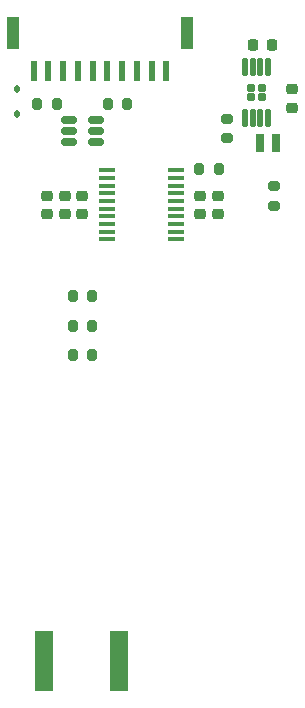
<source format=gbr>
%TF.GenerationSoftware,KiCad,Pcbnew,9.0.2*%
%TF.CreationDate,2025-06-18T22:14:32+09:00*%
%TF.ProjectId,LoRa_TM,4c6f5261-5f54-44d2-9e6b-696361645f70,rev?*%
%TF.SameCoordinates,Original*%
%TF.FileFunction,Paste,Bot*%
%TF.FilePolarity,Positive*%
%FSLAX46Y46*%
G04 Gerber Fmt 4.6, Leading zero omitted, Abs format (unit mm)*
G04 Created by KiCad (PCBNEW 9.0.2) date 2025-06-18 22:14:32*
%MOMM*%
%LPD*%
G01*
G04 APERTURE LIST*
G04 Aperture macros list*
%AMRoundRect*
0 Rectangle with rounded corners*
0 $1 Rounding radius*
0 $2 $3 $4 $5 $6 $7 $8 $9 X,Y pos of 4 corners*
0 Add a 4 corners polygon primitive as box body*
4,1,4,$2,$3,$4,$5,$6,$7,$8,$9,$2,$3,0*
0 Add four circle primitives for the rounded corners*
1,1,$1+$1,$2,$3*
1,1,$1+$1,$4,$5*
1,1,$1+$1,$6,$7*
1,1,$1+$1,$8,$9*
0 Add four rect primitives between the rounded corners*
20,1,$1+$1,$2,$3,$4,$5,0*
20,1,$1+$1,$4,$5,$6,$7,0*
20,1,$1+$1,$6,$7,$8,$9,0*
20,1,$1+$1,$8,$9,$2,$3,0*%
G04 Aperture macros list end*
%ADD10RoundRect,0.200000X-0.200000X-0.275000X0.200000X-0.275000X0.200000X0.275000X-0.200000X0.275000X0*%
%ADD11RoundRect,0.097500X-0.227500X-0.702500X0.227500X-0.702500X0.227500X0.702500X-0.227500X0.702500X0*%
%ADD12RoundRect,0.225000X0.250000X-0.225000X0.250000X0.225000X-0.250000X0.225000X-0.250000X-0.225000X0*%
%ADD13RoundRect,0.225000X-0.250000X0.225000X-0.250000X-0.225000X0.250000X-0.225000X0.250000X0.225000X0*%
%ADD14RoundRect,0.225000X-0.225000X-0.250000X0.225000X-0.250000X0.225000X0.250000X-0.225000X0.250000X0*%
%ADD15RoundRect,0.112500X0.112500X-0.187500X0.112500X0.187500X-0.112500X0.187500X-0.112500X-0.187500X0*%
%ADD16R,1.500000X5.080000*%
%ADD17RoundRect,0.200000X0.200000X0.275000X-0.200000X0.275000X-0.200000X-0.275000X0.200000X-0.275000X0*%
%ADD18RoundRect,0.150000X-0.512500X-0.150000X0.512500X-0.150000X0.512500X0.150000X-0.512500X0.150000X0*%
%ADD19RoundRect,0.200000X-0.275000X0.200000X-0.275000X-0.200000X0.275000X-0.200000X0.275000X0.200000X0*%
%ADD20RoundRect,0.200000X0.275000X-0.200000X0.275000X0.200000X-0.275000X0.200000X-0.275000X-0.200000X0*%
%ADD21RoundRect,0.157500X0.222500X-0.157500X0.222500X0.157500X-0.222500X0.157500X-0.222500X-0.157500X0*%
%ADD22RoundRect,0.125000X0.125000X-0.600000X0.125000X0.600000X-0.125000X0.600000X-0.125000X-0.600000X0*%
%ADD23R,1.473200X0.355600*%
%ADD24R,1.000000X2.800000*%
%ADD25R,0.600000X1.800000*%
G04 APERTURE END LIST*
D10*
%TO.C,R9*%
X92233000Y-96726000D03*
X93883000Y-96726000D03*
%TD*%
D11*
%TO.C,L1*%
X108133000Y-81286000D03*
X109483000Y-81286000D03*
%TD*%
D12*
%TO.C,C6*%
X110808000Y-76701000D03*
X110808000Y-78251000D03*
%TD*%
D13*
%TO.C,C5*%
X104558000Y-85701000D03*
X104558000Y-87251000D03*
%TD*%
%TO.C,C2*%
X90058000Y-85701000D03*
X90058000Y-87251000D03*
%TD*%
D14*
%TO.C,C1*%
X107533000Y-72912000D03*
X109083000Y-72912000D03*
%TD*%
D15*
%TO.C,D1*%
X87558000Y-78776000D03*
X87558000Y-76676000D03*
%TD*%
D16*
%TO.C,J3*%
X89821000Y-125117500D03*
X96196000Y-125117500D03*
%TD*%
D17*
%TO.C,R15*%
X93883000Y-94226000D03*
X92233000Y-94226000D03*
%TD*%
D10*
%TO.C,R1*%
X96883000Y-77976000D03*
X95233000Y-77976000D03*
%TD*%
D17*
%TO.C,R2*%
X90883000Y-77976000D03*
X89233000Y-77976000D03*
%TD*%
D13*
%TO.C,C7*%
X93058000Y-85701000D03*
X93058000Y-87251000D03*
%TD*%
%TO.C,C3*%
X103034000Y-85714000D03*
X103034000Y-87264000D03*
%TD*%
D17*
%TO.C,R3*%
X104633000Y-83476000D03*
X102983000Y-83476000D03*
%TD*%
D13*
%TO.C,C4*%
X91558000Y-85701000D03*
X91558000Y-87251000D03*
%TD*%
D18*
%TO.C,U3*%
X91920500Y-81176000D03*
X91920500Y-80226000D03*
X91920500Y-79276000D03*
X94195500Y-79276000D03*
X94195500Y-80226000D03*
X94195500Y-81176000D03*
%TD*%
D19*
%TO.C,R14*%
X109308000Y-84901000D03*
X109308000Y-86551000D03*
%TD*%
D20*
%TO.C,R5*%
X105308000Y-80849000D03*
X105308000Y-79199000D03*
%TD*%
D10*
%TO.C,R10*%
X92233000Y-99238000D03*
X93883000Y-99238000D03*
%TD*%
D21*
%TO.C,U2*%
X107338000Y-77366000D03*
X108278000Y-77366000D03*
X107338000Y-76586000D03*
X108278000Y-76586000D03*
D22*
X108783000Y-79126000D03*
X108133000Y-79126000D03*
X107483000Y-79126000D03*
X106833000Y-79126000D03*
X106833000Y-74826000D03*
X107483000Y-74826000D03*
X108133000Y-74826000D03*
X108783000Y-74826000D03*
%TD*%
D23*
%TO.C,U1*%
X100979000Y-83551000D03*
X100979000Y-84201001D03*
X100979000Y-84850999D03*
X100979000Y-85501001D03*
X100979000Y-86150999D03*
X100979000Y-86800998D03*
X100979000Y-87450999D03*
X100979000Y-88100998D03*
X100979000Y-88750999D03*
X100979000Y-89400998D03*
X95137000Y-89401000D03*
X95137000Y-88751002D03*
X95137000Y-88101001D03*
X95137000Y-87451002D03*
X95137000Y-86801001D03*
X95137000Y-86151002D03*
X95137000Y-85501001D03*
X95137000Y-84851002D03*
X95137000Y-84201001D03*
X95137000Y-83551002D03*
%TD*%
D24*
%TO.C,J1*%
X87208000Y-71922000D03*
X101908000Y-71922000D03*
D25*
X88933000Y-75122000D03*
X90183000Y-75122000D03*
X91433000Y-75122000D03*
X92683000Y-75122000D03*
X93933000Y-75122000D03*
X95183000Y-75122000D03*
X96433000Y-75122000D03*
X97683000Y-75122000D03*
X98933000Y-75122000D03*
X100183000Y-75122000D03*
%TD*%
M02*

</source>
